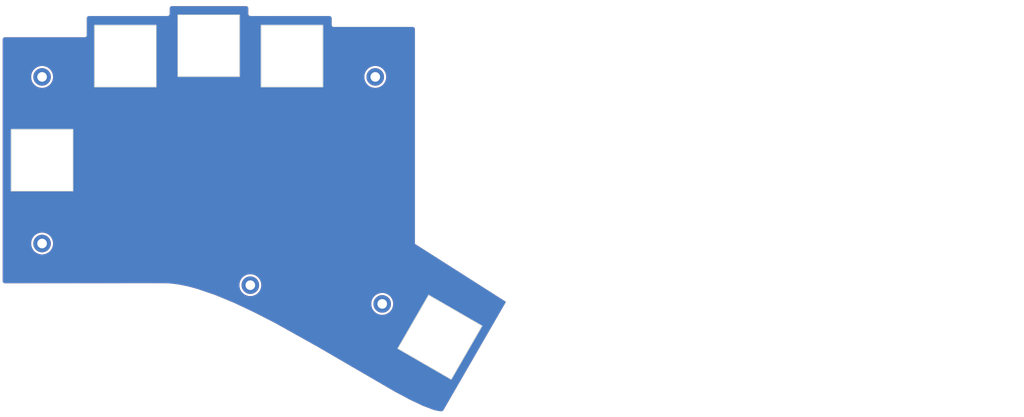
<source format=kicad_pcb>
(kicad_pcb (version 20221018) (generator pcbnew)
  (layers (0 "F.Cu" signal) (31 "B.Cu" signal) (34 "B.Paste" user) (35 "F.Paste" user) (36 "B.SilkS" user "B.Silkscreen") (37 "F.SilkS" user "F.Silkscreen") (38 "B.Mask" user) (39 "F.Mask" user) (44 "Edge.Cuts" user))
  (net 0 "")
  (net 1 "GND")
  (footprint "kbd:LEGO_HOLE" (layer "F.Cu") (at 51.813 122.896)
    (fp_text reference "" (at 0 -3.2) (layer "F.SilkS"))
    (fp_text value "")
    (pad "" thru_hole circle (at 0 0) (size 4 4) (drill 2.2) (layers "*.Cu" "*.Mask"))
  )
  (footprint "kbd:LEGO_HOLE" (layer "F.Cu") (at 127.813 84.896)
    (fp_text reference "" (at 0 -3.2) (layer "F.SilkS"))
    (fp_text value "")
    (pad "" thru_hole circle (at 0 0) (size 4 4) (drill 2.2) (layers "*.Cu" "*.Mask"))
  )
  (footprint "kbd_SW_Hole:SW_Hole_1u_JLC" (layer "F.Cu") (at 89.813 77.771)
    (fp_text reference "J3" hide)
    (fp_text value "Conn_01x01_Pin" hide)
    (fp_line (start -7.05 -7.05) (end 7.05 -7.05) (stroke (width 0.15)) (layer "Edge.Cuts"))
    (fp_line (start -7.05 7.05) (end -7.05 -7.05) (stroke (width 0.15)) (layer "Edge.Cuts"))
    (fp_line (start 7.05 -7.05) (end 7.05 7.05) (stroke (width 0.15)) (layer "Edge.Cuts"))
    (fp_line (start 7.05 7.05) (end -7.05 7.05) (stroke (width 0.15)) (layer "Edge.Cuts"))
  )
  (footprint "kbd_SW_Hole:SW_Hole_1u_JLC" (layer "F.Cu") (at 51.813 103.896)
    (fp_text reference "J1" hide)
    (fp_text value "Conn_01x01_Pin" hide)
    (fp_line (start -7.05 -7.05) (end 7.05 -7.05) (stroke (width 0.15)) (layer "Edge.Cuts"))
    (fp_line (start -7.05 7.05) (end -7.05 -7.05) (stroke (width 0.15)) (layer "Edge.Cuts"))
    (fp_line (start 7.05 -7.05) (end 7.05 7.05) (stroke (width 0.15)) (layer "Edge.Cuts"))
    (fp_line (start 7.05 7.05) (end -7.05 7.05) (stroke (width 0.15)) (layer "Edge.Cuts"))
  )
  (footprint "kbd:LEGO_HOLE" (layer "F.Cu") (at 99.313 132.396)
    (fp_text reference "" (at 0 -3.2) (layer "F.SilkS"))
    (fp_text value "")
    (pad "" thru_hole circle (at 0 0) (size 4 4) (drill 2.2) (layers "*.Cu" "*.Mask"))
  )
  (footprint "kbd:LEGO_HOLE" (layer "F.Cu") (at 129.399414 136.671)
    (fp_text reference "" (at 0 -3.2) (layer "F.SilkS"))
    (fp_text value "")
    (pad "" thru_hole circle (at 0 0) (size 4 4) (drill 2.2) (layers "*.Cu" "*.Mask"))
  )
  (footprint "kbd_SW_Hole:SW_Hole_1u_JLC" (layer "F.Cu") (at 142.563 144.271 -120)
    (fp_text reference "J5" hide)
    (fp_text value "Conn_01x01_Pin" hide)
    (fp_line (start -7.05 -7.05) (end 7.05 -7.05) (stroke (width 0.15)) (layer "Edge.Cuts"))
    (fp_line (start -7.05 7.05) (end -7.05 -7.05) (stroke (width 0.15)) (layer "Edge.Cuts"))
    (fp_line (start 7.05 -7.05) (end 7.05 7.05) (stroke (width 0.15)) (layer "Edge.Cuts"))
    (fp_line (start 7.05 7.05) (end -7.05 7.05) (stroke (width 0.15)) (layer "Edge.Cuts"))
  )
  (footprint "kbd:LEGO_HOLE" (layer "F.Cu") (at 51.813 84.896)
    (fp_text reference "" (at 0 -3.2) (layer "F.SilkS"))
    (fp_text value "")
    (pad "" thru_hole circle (at 0 0) (size 4 4) (drill 2.2) (layers "*.Cu" "*.Mask"))
  )
  (footprint "kbd_SW_Hole:SW_Hole_1u_JLC" (layer "B.Cu") (at 108.813 80.146 180)
    (fp_text reference "J4" hide)
    (fp_text value "Conn_01x01_Pin" hide)
    (fp_line (start -7.05 -7.05) (end -7.05 7.05) (stroke (width 0.15)) (layer "Edge.Cuts"))
    (fp_line (start -7.05 7.05) (end 7.05 7.05) (stroke (width 0.15)) (layer "Edge.Cuts"))
    (fp_line (start 7.05 -7.05) (end -7.05 -7.05) (stroke (width 0.15)) (layer "Edge.Cuts"))
    (fp_line (start 7.05 7.05) (end 7.05 -7.05) (stroke (width 0.15)) (layer "Edge.Cuts"))
  )
  (footprint "kbd_SW_Hole:SW_Hole_1u_JLC" (layer "B.Cu") (at 70.813 80.146 180)
    (fp_text reference "J2" hide)
    (fp_text value "Conn_01x01_Pin" hide)
    (fp_line (start -7.05 -7.05) (end -7.05 7.05) (stroke (width 0.15)) (layer "Edge.Cuts"))
    (fp_line (start -7.05 7.05) (end 7.05 7.05) (stroke (width 0.15)) (layer "Edge.Cuts"))
    (fp_line (start 7.05 -7.05) (end -7.05 -7.05) (stroke (width 0.15)) (layer "Edge.Cuts"))
    (fp_line (start 7.05 7.05) (end 7.05 -7.05) (stroke (width 0.15)) (layer "Edge.Cuts"))
  )
  (gr_line (start 80.410783 70.999081) (end 80.43652 70.998431) (stroke (width 0.035277)) (layer "Edge.Cuts"))
  (gr_line (start 143.25732 161.035244) (end 143.243754 161.046764) (stroke (width 0.035277)) (layer "Edge.Cuts"))
  (gr_line (start 157.54895 136.333854) (end 157.543691 136.343228) (stroke (width 0.035277)) (layer "Edge.Cuts"))
  (gr_line (start 43.143094 75.880472) (end 43.166315 75.872607) (stroke (width 0.035277)) (layer "Edge.Cuts"))
  (gr_line (start 80.461918 70.996502) (end 80.486945 70.993325) (stroke (width 0.035277)) (layer "Edge.Cuts"))
  (gr_line (start 99.063519 70.900682) (end 99.083587 70.914789) (stroke (width 0.035277)) (layer "Edge.Cuts"))
  (gr_line (start 61.925924 75.628925) (end 61.938938 75.608642) (stroke (width 0.035277)) (layer "Edge.Cuts"))
  (gr_line (start 117.90877 73.212701) (end 117.919728 73.234503) (stroke (width 0.035277)) (layer "Edge.Cuts"))
  (gr_line (start 117.845827 71.374635) (end 117.851203 71.398501) (stroke (width 0.035277)) (layer "Edge.Cuts"))
  (gr_line (start 98.919861 70.734219) (end 98.931885 70.755477) (stroke (width 0.035277)) (layer "Edge.Cuts"))
  (gr_line (start 98.802178 69.013579) (end 98.813134 69.035373) (stroke (width 0.035277)) (layer "Edge.Cuts"))
  (gr_line (start 81.216627 68.788685) (end 81.239331 68.779739) (stroke (width 0.035277)) (layer "Edge.Cuts"))
  (gr_line (start 80.910346 70.524933) (end 80.911027 70.499196) (stroke (width 0.035277)) (layer "Edge.Cuts"))
  (gr_line (start 61.659858 75.826919) (end 61.683101 75.819055) (stroke (width 0.035277)) (layer "Edge.Cuts"))
  (gr_line (start 61.897123 75.667412) (end 61.911976 75.648525) (stroke (width 0.035277)) (layer "Edge.Cuts"))
  (gr_line (start 141.082776 160.834065) (end 138.618627 159.906972) (stroke (width 0.035277)) (layer "Edge.Cuts"))
  (gr_line (start 98.83178 69.080405) (end 98.839436 69.103562) (stroke (width 0.035277)) (layer "Edge.Cuts"))
  (gr_line (start 98.506532 68.77065) (end 98.529689 68.778308) (stroke (width 0.035277)) (layer "Edge.Cuts"))
  (gr_line (start 43.314889 75.850116) (end 61.511111 75.849411) (stroke (width 0.035277)) (layer "Edge.Cuts"))
  (gr_line (start 143.038668 161.147333) (end 143.021216 161.151014) (stroke (width 0.035277)) (layer "Edge.Cuts"))
  (gr_line (start 136.519432 73.521671) (end 136.542664 73.529526) (stroke (width 0.035277)) (layer "Edge.Cuts"))
  (gr_line (start 136.860475 73.89831) (end 136.864869 73.922935) (stroke (width 0.035277)) (layer "Edge.Cuts"))
  (gr_line (start 157.576218 136.275725) (end 157.572194 136.285619) (stroke (width 0.035277)) (layer "Edge.Cuts"))
  (gr_line (start 62.071673 71.260897) (end 62.083705 71.239949) (stroke (width 0.035277)) (layer "Edge.Cuts"))
  (gr_line (start 143.10654 161.126584) (end 143.089894 161.132659) (stroke (width 0.035277)) (layer "Edge.Cuts"))
  (gr_line (start 80.983718 68.990034) (end 80.996716 68.969753) (stroke (width 0.035277)) (layer "Edge.Cuts"))
  (gr_line (start 79.639623 131.948689) (end 43.315244 131.964917) (stroke (width 0.035277)) (layer "Edge.Cuts"))
  (gr_line (start 135.604489 158.466222) (end 132.113423 156.597562) (stroke (width 0.035277)) (layer "Edge.Cuts"))
  (gr_line (start 62.011373 71.499318) (end 62.012023 71.47358) (stroke (width 0.035277)) (layer "Edge.Cuts"))
  (gr_line (start 81.041192 68.913138) (end 81.05774 68.895781) (stroke (width 0.035277)) (layer "Edge.Cuts"))
  (gr_line (start 117.851203 71.398501) (end 117.855413 71.42266) (stroke (width 0.035277)) (layer "Edge.Cuts"))
  (gr_line (start 62.050633 71.304624) (end 62.060639 71.282466) (stroke (width 0.035277)) (layer "Edge.Cuts"))
  (gr_line (start 157.543691 136.343228) (end 143.359944 160.909917) (stroke (width 0.035277)) (layer "Edge.Cuts"))
  (gr_line (start 42.836693 131.610539) (end 42.830138 131.586978) (stroke (width 0.035277)) (layer "Edge.Cuts"))
  (gr_line (start 98.858571 69.199531) (end 98.860399 69.224157) (stroke (width 0.035277)) (layer "Edge.Cuts"))
  (gr_line (start 98.823007 69.057661) (end 98.83178 69.080405) (stroke (width 0.035277)) (layer "Edge.Cuts"))
  (gr_line (start 99.025394 70.869434) (end 99.044108 70.885558) (stroke (width 0.035277)) (layer "Edge.Cuts"))
  (gr_line (start 42.928512 131.782164) (end 42.91337 131.762736) (stroke (width 0.035277)) (layer "Edge.Cuts"))
  (gr_line (start 143.17058 161.096565) (end 143.154983 161.104912) (stroke (width 0.035277)) (layer "Edge.Cuts"))
  (gr_line (start 98.944958 70.776159) (end 98.959065 70.796226) (stroke (width 0.035277)) (layer "Edge.Cuts"))
  (gr_line (start 43.079869 131.906258) (end 43.058611 131.894241) (stroke (width 0.035277)) (layer "Edge.Cuts"))
  (gr_line (start 117.574575 71.044497) (end 117.596368 71.055454) (stroke (width 0.035277)) (layer "Edge.Cuts"))
  (gr_line (start 80.649138 70.938777) (end 80.670076 70.926745) (stroke (width 0.035277)) (layer "Edge.Cuts"))
  (gr_line (start 61.511111 75.849411) (end 61.536851 75.84876) (stroke (width 0.035277)) (layer "Edge.Cuts"))
  (gr_line (start 80.900764 70.599982) (end 80.905183 70.575357) (stroke (width 0.035277)) (layer "Edge.Cuts"))
  (gr_line (start 62.033833 71.350581) (end 62.041687 71.32734) (stroke (width 0.035277)) (layer "Edge.Cuts"))
  (gr_line (start 142.085713 161.078542) (end 141.082776 160.834065) (stroke (width 0.035277)) (layer "Edge.Cuts"))
  (gr_line (start 43.101662 131.917212) (end 43.079869 131.906258) (stroke (width 0.035277)) (layer "Edge.Cuts"))
  (gr_line (start 98.866483 70.572679) (end 98.870694 70.596839) (stroke (width 0.035277)) (layer "Edge.Cuts"))
  (gr_line (start 105.249105 141.192159) (end 100.46721 138.724477) (stroke (width 0.035277)) (layer "Edge.Cuts"))
  (gr_line (start 143.28326 161.010707) (end 143.270493 161.023222) (stroke (width 0.035277)) (layer "Edge.Cuts"))
  (gr_line (start 61.99562 75.474385) (end 62.001207 75.45021) (stroke (width 0.035277)) (layer "Edge.Cuts"))
  (gr_line (start 157.558864 136.314821) (end 157.554008 136.324384) (stroke (width 0.035277)) (layer "Edge.Cuts"))
  (gr_line (start 42.815 131.465039) (end 42.815 76.35) (stroke (width 0.035277)) (layer "Edge.Cuts"))
  (gr_line (start 80.917138 69.173146) (end 80.921532 69.148521) (stroke (width 0.035277)) (layer "Edge.Cuts"))
  (gr_line (start 81.38553 68.750072) (end 81.411267 68.749422) (stroke (width 0.035277)) (layer "Edge.Cuts"))
  (gr_line (start 62.010722 75.375232) (end 62.011373 75.349526) (stroke (width 0.035277)) (layer "Edge.Cuts"))
  (gr_line (start 80.861541 70.71598) (end 80.871565 70.693835) (stroke (width 0.035277)) (layer "Edge.Cuts"))
  (gr_line (start 42.824735 131.563086) (end 42.820502 131.538904) (stroke (width 0.035277)) (layer "Edge.Cuts"))
  (gr_line (start 81.093233 68.863525) (end 81.112115 68.848689) (stroke (width 0.035277)) (layer "Edge.Cuts"))
  (gr_line (start 98.839436 69.103562) (end 98.84596 69.127094) (stroke (width 0.035277)) (layer "Edge.Cuts"))
  (gr_line (start 42.91337 131.762736) (end 42.89924 131.742648) (stroke (width 0.035277)) (layer "Edge.Cuts"))
  (gr_line (start 62.485508 70.999732) (end 62.511245 70.999081) (stroke (width 0.035277)) (layer "Edge.Cuts"))
  (gr_line (start 43.214204 75.86028) (end 43.238809 75.85588) (stroke (width 0.035277)) (layer "Edge.Cuts"))
  (gr_line (start 118.125391 73.440127) (end 118.147185 73.451115) (stroke (width 0.035277)) (layer "Edge.Cuts"))
  (gr_line (start 80.559492 70.97662) (end 80.582725 70.968764) (stroke (width 0.035277)) (layer "Edge.Cuts"))
  (gr_line (start 99.262918 70.989049) (end 99.287079 70.993259) (stroke (width 0.035277)) (layer "Edge.Cuts"))
  (gr_line (start 117.875939 73.120904) (end 117.882464 73.144458) (stroke (width 0.035277)) (layer "Edge.Cuts"))
  (gr_line (start 42.817583 76.298924) (end 42.820765 76.273921) (stroke (width 0.035277)) (layer "Edge.Cuts"))
  (gr_line (start 98.61777 68.819935) (end 98.638453 68.833009) (stroke (width 0.035277)) (layer "Edge.Cuts"))
  (gr_line (start 143.185877 161.087671) (end 143.17058 161.096565) (stroke (width 0.035277)) (layer "Edge.Cuts"))
  (gr_line (start 61.727976 75.800081) (end 61.749546 75.789035) (stroke (width 0.035277)) (layer "Edge.Cuts"))
  (gr_line (start 81.286289 68.765151) (end 81.310481 68.759572) (stroke (width 0.035277)) (layer "Edge.Cuts"))
  (gr_line (start 81.172927 68.809726) (end 81.194482 68.798692) (stroke (width 0.035277)) (layer "Edge.Cuts"))
  (gr_line (start 42.961492 75.996607) (end 42.978858 75.98005) (stroke (width 0.035277)) (layer "Edge.Cuts"))
  (gr_line (start 138.618627 159.906972) (end 135.604489 158.466222) (stroke (width 0.035277)) (layer "Edge.Cuts"))
  (gr_line (start 61.810407 75.75004) (end 61.829306 75.735194) (stroke (width 0.035277)) (layer "Edge.Cuts"))
  (gr_line (start 99.336118 70.998115) (end 99.360917 70.998729) (stroke (width 0.035277)) (layer "Edge.Cuts"))
  (gr_line (start 42.997 75.964333) (end 43.015887 75.949487) (stroke (width 0.035277)) (layer "Edge.Cuts"))
  (gr_line (start 42.815 76.35) (end 42.815651 76.324295) (stroke (width 0.035277)) (layer "Edge.Cuts"))
  (gr_line (start 117.696498 71.125906) (end 117.714475 71.143014) (stroke (width 0.035277)) (layer "Edge.Cuts"))
  (gr_line (start 62.005607 75.425605) (end 62.008789 75.400602) (stroke (width 0.035277)) (layer "Edge.Cuts"))
  (gr_line (start 117.86027 71.471698) (end 117.860883 71.496496) (stroke (width 0.035277)) (layer "Edge.Cuts"))
  (gr_line (start 117.714475 71.143014) (end 117.731584 71.16099) (stroke (width 0.035277)) (layer "Edge.Cuts"))
  (gr_line (start 117.77694 71.21918) (end 117.790014 71.239863) (stroke (width 0.035277)) (layer "Edge.Cuts"))
  (gr_line (start 98.777083 68.971639) (end 98.790156 68.992321) (stroke (width 0.035277)) (layer "Edge.Cuts"))
  (gr_line (start 157.58003 136.265756) (end 157.576218 136.275725) (stroke (width 0.035277)) (layer "Edge.Cuts"))
  (gr_line (start 81.010648 68.950156) (end 81.025484 68.931274) (stroke (width 0.035277)) (layer "Edge.Cuts"))
  (gr_line (start 143.0036 161.154077) (end 142.985836 161.156514) (stroke (width 0.035277)) (layer "Edge.Cuts"))
  (gr_line (start 117.638308 71.08055) (end 117.658374 71.094657) (stroke (width 0.035277)) (layer "Edge.Cuts"))
  (gr_line (start 117.958933 73.296486) (end 117.974057 73.315867) (stroke (width 0.035277)) (layer "Edge.Cuts"))
  (gr_line (start 143.073022 161.138148) (end 143.055942 161.143042) (stroke (width 0.035277)) (layer "Edge.Cuts"))
  (gr_line (start 80.670076 70.926745) (end 80.690362 70.913747) (stroke (width 0.035277)) (layer "Edge.Cuts"))
  (gr_line (start 61.962034 75.566156) (end 61.972054 75.544016) (stroke (width 0.035277)) (layer "Edge.Cuts"))
  (gr_line (start 80.933843 69.100603) (end 80.941698 69.077372) (stroke (width 0.035277)) (layer "Edge.Cuts"))
  (gr_line (start 42.86433 76.133371) (end 42.875376 76.111818) (stroke (width 0.035277)) (layer "Edge.Cuts"))
  (gr_line (start 136.421855 73.501789) (end 136.446884 73.504966) (stroke (width 0.035277)) (layer "Edge.Cuts"))
  (gr_line (start 98.529689 68.778308) (end 98.552432 68.787082) (stroke (width 0.035277)) (layer "Edge.Cuts"))
  (gr_line (start 118.215376 73.477518) (end 118.238909 73.484073) (stroke (width 0.035277)) (layer "Edge.Cuts"))
  (gr_line (start 62.011373 75.349526) (end 62.011373 71.499318) (stroke (width 0.035277)) (layer "Edge.Cuts"))
  (gr_line (start 142.967939 161.158317) (end 142.949925 161.159479) (stroke (width 0.035277)) (layer "Edge.Cuts"))
  (gr_line (start 43.315244 131.964917) (end 43.290445 131.964363) (stroke (width 0.035277)) (layer "Edge.Cuts"))
  (gr_line (start 61.683101 75.819055) (end 61.705817 75.810098) (stroke (width 0.035277)) (layer "Edge.Cuts"))
  (gr_line (start 99.007417 70.852326) (end 99.025394 70.869434) (stroke (width 0.035277)) (layer "Edge.Cuts"))
  (gr_line (start 62.272908 71.059467) (end 62.294462 71.048418) (stroke (width 0.035277)) (layer "Edge.Cuts"))
  (gr_line (start 117.919728 73.234503) (end 117.931751 73.255762) (stroke (width 0.035277)) (layer "Edge.Cuts"))
  (gr_line (start 61.981012 75.52132) (end 61.988878 75.498099) (stroke (width 0.035277)) (layer "Edge.Cuts"))
  (gr_line (start 117.790014 71.239863) (end 117.802038 71.261121) (stroke (width 0.035277)) (layer "Edge.Cuts"))
  (gr_line (start 99.147325 70.950843) (end 99.169614 70.960717) (stroke (width 0.035277)) (layer "Edge.Cuts"))
  (gr_line (start 118.238909 73.484073) (end 118.262776 73.489475) (stroke (width 0.035277)) (layer "Edge.Cuts"))
  (gr_line (start 43.190029 75.865866) (end 43.214204 75.86028) (stroke (width 0.035277)) (layer "Edge.Cuts"))
  (gr_line (start 143.1391 161.112702) (end 143.122948 161.119929) (stroke (width 0.035277)) (layer "Edge.Cuts"))
  (gr_line (start 117.658374 71.094657) (end 117.677784 71.109781) (stroke (width 0.035277)) (layer "Edge.Cuts"))
  (gr_line (start 118.262776 73.489475) (end 118.286936 73.493707) (stroke (width 0.035277)) (layer "Edge.Cuts"))
  (gr_line (start 99.169614 70.960717) (end 99.192359 70.969491) (stroke (width 0.035277)) (layer "Edge.Cuts"))
  (gr_line (start 62.175081 71.129051) (end 62.193216 71.113327) (stroke (width 0.035277)) (layer "Edge.Cuts"))
  (gr_line (start 98.361138 68.74907) (end 98.385937 68.749683) (stroke (width 0.035277)) (layer "Edge.Cuts"))
  (gr_line (start 61.829306 75.735194) (end 61.847458 75.719477) (stroke (width 0.035277)) (layer "Edge.Cuts"))
  (gr_line (start 98.861013 69.248955) (end 98.861013 70.498844) (stroke (width 0.035277)) (layer "Edge.Cuts"))
  (gr_line (start 136.724263 73.645568) (end 136.740812 73.662926) (stroke (width 0.035277)) (layer "Edge.Cuts"))
  (gr_line (start 42.88614 131.721939) (end 42.874086 131.700651) (stroke (width 0.035277)) (layer "Edge.Cuts"))
  (gr_line (start 42.863097 131.678826) (end 42.85319 131.656504) (stroke (width 0.035277)) (layer "Edge.Cuts"))
  (gr_line (start 80.811485 70.798347) (end 80.82543 70.77875) (stroke (width 0.035277)) (layer "Edge.Cuts"))
  (gr_line (start 43.098258 75.899445) (end 43.120398 75.889428) (stroke (width 0.035277)) (layer "Edge.Cuts"))
  (gr_line (start 81.05774 68.895781) (end 81.075097 68.879232) (stroke (width 0.035277)) (layer "Edge.Cuts"))
  (gr_line (start 117.990182 73.334537) (end 118.007291 73.352456) (stroke (width 0.035277)) (layer "Edge.Cuts"))
  (gr_line (start 99.192359 70.969491) (end 99.215518 70.977148) (stroke (width 0.035277)) (layer "Edge.Cuts"))
  (gr_line (start 143.270493 161.023222) (end 143.25732 161.035244) (stroke (width 0.035277)) (layer "Edge.Cuts"))
  (gr_line (start 42.815651 76.324295) (end 42.817583 76.298924) (stroke (width 0.035277)) (layer "Edge.Cuts"))
  (gr_line (start 62.212097 71.098475) (end 62.231694 71.084527) (stroke (width 0.035277)) (layer "Edge.Cuts"))
  (gr_line (start 98.931885 70.755477) (end 98.944958 70.776159) (stroke (width 0.035277)) (layer "Edge.Cuts"))
  (gr_line (start 42.825164 76.249316) (end 42.830751 76.225141) (stroke (width 0.035277)) (layer "Edge.Cuts"))
  (gr_line (start 117.863325 73.04841) (end 117.866353 73.072838) (stroke (width 0.035277)) (layer "Edge.Cuts"))
  (gr_line (start 98.483 68.764125) (end 98.506532 68.77065) (stroke (width 0.035277)) (layer "Edge.Cuts"))
  (gr_line (start 62.083705 71.239949) (end 62.096702 71.219653) (stroke (width 0.035277)) (layer "Edge.Cuts"))
  (gr_line (start 80.709965 70.899814) (end 80.728854 70.884978) (stroke (width 0.035277)) (layer "Edge.Cuts"))
  (gr_line (start 98.790156 68.992321) (end 98.802178 69.013579) (stroke (width 0.035277)) (layer "Edge.Cuts"))
  (gr_line (start 61.972054 75.544016) (end 61.981012 75.52132) (stroke (width 0.035277)) (layer "Edge.Cuts"))
  (gr_line (start 62.060639 71.282466) (end 62.071673 71.260897) (stroke (width 0.035277)) (layer "Edge.Cuts"))
  (gr_line (start 118.286936 73.493707) (end 118.31135 73.496752) (stroke (width 0.035277)) (layer "Edge.Cuts"))
  (gr_line (start 80.838442 70.758469) (end 80.85049 70.737535) (stroke (width 0.035277)) (layer "Edge.Cuts"))
  (gr_line (start 80.911382 69.249307) (end 80.912032 69.22357) (stroke (width 0.035277)) (layer "Edge.Cuts"))
  (gr_line (start 80.941698 69.077372) (end 80.950645 69.054668) (stroke (width 0.035277)) (layer "Edge.Cuts"))
  (gr_line (start 118.31135 73.496752) (end 118.335977 73.498592) (stroke (width 0.035277)) (layer "Edge.Cuts"))
  (gr_line (start 143.089894 161.132659) (end 143.073022 161.138148) (stroke (width 0.035277)) (layer "Edge.Cuts"))
  (gr_line (start 98.813134 69.035373) (end 98.823007 69.057661) (stroke (width 0.035277)) (layer "Edge.Cuts"))
  (gr_line (start 91.300653 134.64462) (end 87.062039 133.203877) (stroke (width 0.035277)) (layer "Edge.Cuts"))
  (gr_line (start 98.410563 68.751512) (end 98.434975 68.754539) (stroke (width 0.035277)) (layer "Edge.Cuts"))
  (gr_line (start 81.131712 68.834756) (end 81.151993 68.821758) (stroke (width 0.035277)) (layer "Edge.Cuts"))
  (gr_line (start 136.854897 73.874118) (end 136.860475 73.89831) (stroke (width 0.035277)) (layer "Edge.Cuts"))
  (gr_line (start 98.677929 68.86224) (end 98.696643 68.878364) (stroke (width 0.035277)) (layer "Edge.Cuts"))
  (gr_line (start 61.749546 75.789035) (end 61.770496 75.776992) (stroke (width 0.035277)) (layer "Edge.Cuts"))
  (gr_line (start 118.043977 73.385703) (end 118.063386 73.400845) (stroke (width 0.035277)) (layer "Edge.Cuts"))
  (gr_line (start 42.830751 76.225141) (end 42.837492 76.201428) (stroke (width 0.035277)) (layer "Edge.Cuts"))
  (gr_line (start 80.92711 69.12433) (end 80.933843 69.100603) (stroke (width 0.035277)) (layer "Edge.Cuts"))
  (gr_line (start 80.912032 69.22357) (end 80.913961 69.198173) (stroke (width 0.035277)) (layer "Edge.Cuts"))
  (gr_line (start 42.820765 76.273921) (end 42.825164 76.249316) (stroke (width 0.035277)) (layer "Edge.Cuts"))
  (gr_line (start 117.529545 71.025849) (end 117.552287 71.034623) (stroke (width 0.035277)) (layer "Edge.Cuts"))
  (gr_line (start 62.386268 71.014833) (end 62.410459 71.009246) (stroke (width 0.035277)) (layer "Edge.Cuts"))
  (gr_line (start 142.949925 161.159479) (end 142.931808 161.159992) (stroke (width 0.035277)) (layer "Edge.Cuts"))
  (gr_line (start 62.008789 75.400602) (end 62.010722 75.375232) (stroke (width 0.035277)) (layer "Edge.Cuts"))
  (gr_line (start 81.335106 68.755178) (end 81.360133 68.752001) (stroke (width 0.035277)) (layer "Edge.Cuts"))
  (gr_line (start 99.239051 70.983673) (end 99.262918 70.989049) (stroke (width 0.035277)) (layer "Edge.Cuts"))
  (gr_line (start 117.974057 73.315867) (end 117.990182 73.334537) (stroke (width 0.035277)) (layer "Edge.Cuts"))
  (gr_line (start 62.251974 71.071514) (end 62.272908 71.059467) (stroke (width 0.035277)) (layer "Edge.Cuts"))
  (gr_line (start 143.122948 161.119929) (end 143.10654 161.126584) (stroke (width 0.035277)) (layer "Edge.Cuts"))
  (gr_line (start 98.890255 70.667394) (end 98.89903 70.690137) (stroke (width 0.035277)) (layer "Edge.Cuts"))
  (gr_line (start 42.914372 76.051001) (end 42.929218 76.032114) (stroke (width 0.035277)) (layer "Edge.Cuts"))
  (gr_line (start 118.192218 73.469828) (end 118.215376 73.477518) (stroke (width 0.035277)) (layer "Edge.Cuts"))
  (gr_line (start 42.929218 76.032114) (end 42.944935 76.013972) (stroke (width 0.035277)) (layer "Edge.Cuts"))
  (gr_line (start 43.26582 131.962579) (end 43.241407 131.959584) (stroke (width 0.035277)) (layer "Edge.Cuts"))
  (gr_line (start 117.822869 71.305203) (end 117.831644 71.327946) (stroke (width 0.035277)) (layer "Edge.Cuts"))
  (gr_line (start 117.802038 71.261121) (end 117.812995 71.282914) (stroke (width 0.035277)) (layer "Edge.Cuts"))
  (gr_line (start 43.037928 131.88118) (end 43.017862 131.867093) (stroke (width 0.035277)) (layer "Edge.Cuts"))
  (gr_line (start 80.82543 70.77875) (end 80.838442 70.758469) (stroke (width 0.035277)) (layer "Edge.Cuts"))
  (gr_line (start 80.535764 70.983352) (end 80.559492 70.97662) (stroke (width 0.035277)) (layer "Edge.Cuts"))
  (gr_line (start 80.582725 70.968764) (end 80.605431 70.959818) (stroke (width 0.035277)) (layer "Edge.Cuts"))
  (gr_line (start 157.595822 136.214932) (end 157.593106 136.225216) (stroke (width 0.035277)) (layer "Edge.Cuts"))
  (gr_line (start 98.861626 70.523642) (end 98.863455 70.548267) (stroke (width 0.035277)) (layer "Edge.Cuts"))
  (gr_line (start 136.785289 73.719541) (end 136.798288 73.739822) (stroke (width 0.035277)) (layer "Edge.Cuts"))
  (gr_line (start 61.536851 75.84876) (end 61.562253 75.846828) (stroke (width 0.035277)) (layer "Edge.Cuts"))
  (gr_line (start 117.617626 71.067477) (end 117.638308 71.08055) (stroke (width 0.035277)) (layer "Edge.Cuts"))
  (gr_line (start 81.075097 68.879232) (end 81.093233 68.863525) (stroke (width 0.035277)) (layer "Edge.Cuts"))
  (gr_line (start 42.845357 76.178207) (end 42.854313 76.155511) (stroke (width 0.035277)) (layer "Edge.Cuts"))
  (gr_line (start 98.696643 68.878364) (end 98.71462 68.895473) (stroke (width 0.035277)) (layer "Edge.Cuts"))
  (gr_line (start 61.562253 75.846828) (end 61.587286 75.843646) (stroke (width 0.035277)) (layer "Edge.Cuts"))
  (gr_line (start 80.880531 70.671131) (end 80.888407 70.6479) (stroke (width 0.035277)) (layer "Edge.Cuts"))
  (gr_line (start 42.900428 76.070602) (end 42.914372 76.051001) (stroke (width 0.035277)) (layer "Edge.Cuts"))
  (gr_line (start 42.817457 131.514475) (end 42.815617 131.48984) (stroke (width 0.035277)) (layer "Edge.Cuts"))
  (gr_line (start 117.762833 71.199114) (end 117.77694 71.21918) (stroke (width 0.035277)) (layer "Edge.Cuts"))
  (gr_line (start 117.870563 73.097017) (end 117.875939 73.120904) (stroke (width 0.035277)) (layer "Edge.Cuts"))
  (gr_line (start 80.746997 70.869271) (end 80.764362 70.852722) (stroke (width 0.035277)) (layer "Edge.Cuts"))
  (gr_line (start 99.311492 70.996287) (end 99.336118 70.998115) (stroke (width 0.035277)) (layer "Edge.Cuts"))
  (gr_line (start 136.821355 73.782311) (end 136.831362 73.804456) (stroke (width 0.035277)) (layer "Edge.Cuts"))
  (gr_line (start 143.021216 161.151014) (end 143.0036 161.154077) (stroke (width 0.035277)) (layer "Edge.Cuts"))
  (gr_line (start 61.847458 75.719477) (end 61.864833 75.70292) (stroke (width 0.035277)) (layer "Edge.Cuts"))
  (gr_line (start 95.793626 136.51328) (end 91.300653 134.64462) (stroke (width 0.035277)) (layer "Edge.Cuts"))
  (gr_line (start 43.289183 75.850767) (end 43.314889 75.850116) (stroke (width 0.035277)) (layer "Edge.Cuts"))
  (gr_line (start 157.602613 136.183781) (end 157.600578 136.194211) (stroke (width 0.035277)) (layer "Edge.Cuts"))
  (gr_line (start 98.990311 70.834349) (end 99.007417 70.852326) (stroke (width 0.035277)) (layer "Edge.Cuts"))
  (gr_line (start 157.587006 136.245613) (end 157.583626 136.255718) (stroke (width 0.035277)) (layer "Edge.Cuts"))
  (gr_line (start 62.001207 75.45021) (end 62.005607 75.425605) (stroke (width 0.035277)) (layer "Edge.Cuts"))
  (gr_line (start 143.329949 160.955859) (end 143.318964 160.970273) (stroke (width 0.035277)) (layer "Edge.Cuts"))
  (gr_line (start 80.690362 70.913747) (end 80.709965 70.899814) (stroke (width 0.035277)) (layer "Edge.Cuts"))
  (gr_line (start 42.944935 76.013972) (end 42.961492 75.996607) (stroke (width 0.035277)) (layer "Edge.Cuts"))
  (gr_line (start 61.611919 75.839246) (end 61.63612 75.83366) (stroke (width 0.035277)) (layer "Edge.Cuts"))
  (gr_line (start 80.971686 69.010968) (end 80.983718 68.990034) (stroke (width 0.035277)) (layer "Edge.Cuts"))
  (gr_line (start 157.583626 136.255718) (end 157.58003 136.265756) (stroke (width 0.035277)) (layer "Edge.Cuts"))
  (gr_line (start 136.771357 73.699944) (end 136.785289 73.719541) (stroke (width 0.035277)) (layer "Edge.Cuts"))
  (gr_line (start 136.840308 73.82716) (end 136.848164 73.850391) (stroke (width 0.035277)) (layer "Edge.Cuts"))
  (gr_line (start 62.157724 71.145616) (end 62.175081 71.129051) (stroke (width 0.035277)) (layer "Edge.Cuts"))
  (gr_line (start 81.194482 68.798692) (end 81.216627 68.788685) (stroke (width 0.035277)) (layer "Edge.Cuts"))
  (gr_line (start 99.083587 70.914789) (end 99.104271 70.927863) (stroke (width 0.035277)) (layer "Edge.Cuts"))
  (gr_line (start 117.482856 71.011666) (end 117.506387 71.018191) (stroke (width 0.035277)) (layer "Edge.Cuts"))
  (gr_line (start 136.831362 73.804456) (end 136.840308 73.82716) (stroke (width 0.035277)) (layer "Edge.Cuts"))
  (gr_line (start 118.104134 73.428074) (end 118.125391 73.440127) (stroke (width 0.035277)) (layer "Edge.Cuts"))
  (gr_line (start 43.169851 131.943514) (end 43.146693 131.935859) (stroke (width 0.035277)) (layer "Edge.Cuts"))
  (gr_line (start 157.600578 136.194211) (end 157.598313 136.204596) (stroke (width 0.035277)) (layer "Edge.Cuts"))
  (gr_line (start 157.567959 136.295435) (end 157.563515 136.305171) (stroke (width 0.035277)) (layer "Edge.Cuts"))
  (gr_line (start 98.851335 69.15096) (end 98.855544 69.175119) (stroke (width 0.035277)) (layer "Edge.Cuts"))
  (gr_line (start 81.262562 68.771884) (end 81.286289 68.765151) (stroke (width 0.035277)) (layer "Edge.Cuts"))
  (gr_line (start 118.063386 73.400845) (end 118.083452 73.414974) (stroke (width 0.035277)) (layer "Edge.Cuts"))
  (gr_line (start 136.669886 73.598477) (end 136.688769 73.613312) (stroke (width 0.035277)) (layer "Edge.Cuts"))
  (gr_line (start 99.287079 70.993259) (end 99.311492 70.996287) (stroke (width 0.035277)) (layer "Edge.Cuts"))
  (gr_line (start 43.120398 75.889428) (end 43.143094 75.880472) (stroke (width 0.035277)) (layer "Edge.Cuts"))
  (gr_line (start 98.908904 70.712425) (end 98.919861 70.734219) (stroke (width 0.035277)) (layer "Edge.Cuts"))
  (gr_line (start 80.486945 70.993325) (end 80.511571 70.988931) (stroke (width 0.035277)) (layer "Edge.Cuts"))
  (gr_line (start 98.959065 70.796226) (end 98.974188 70.815636) (stroke (width 0.035277)) (layer "Edge.Cuts"))
  (gr_line (start 43.015887 75.949487) (end 43.035488 75.935543) (stroke (width 0.035277)) (layer "Edge.Cuts"))
  (gr_line (start 136.542664 73.529526) (end 136.565369 73.538472) (stroke (width 0.035277)) (layer "Edge.Cuts"))
  (gr_line (start 117.839302 71.351104) (end 117.845827 71.374635) (stroke (width 0.035277)) (layer "Edge.Cuts"))
  (gr_line (start 62.511245 70.999081) (end 80.410783 70.999081) (stroke (width 0.035277)) (layer "Edge.Cuts"))
  (gr_line (start 143.229812 161.057774) (end 143.215508 161.068267) (stroke (width 0.035277)) (layer "Edge.Cuts"))
  (gr_line (start 80.43652 70.998431) (end 80.461918 70.996502) (stroke (width 0.035277)) (layer "Edge.Cuts"))
  (gr_line (start 136.75652 73.681062) (end 136.771357 73.699944) (stroke (width 0.035277)) (layer "Edge.Cuts"))
  (gr_line (start 98.658519 68.847116) (end 98.677929 68.86224) (stroke (width 0.035277)) (layer "Edge.Cuts"))
  (gr_line (start 117.898896 73.190398) (end 117.90877 73.212701) (stroke (width 0.035277)) (layer "Edge.Cuts"))
  (gr_line (start 81.360133 68.752001) (end 81.38553 68.750072) (stroke (width 0.035277)) (layer "Edge.Cuts"))
  (gr_line (start 143.243754 161.046764) (end 143.229812 161.057774) (stroke (width 0.035277)) (layer "Edge.Cuts"))
  (gr_line (start 62.021522 71.398517) (end 62.0271 71.374318) (stroke (width 0.035277)) (layer "Edge.Cuts"))
  (gr_line (start 98.762977 68.951573) (end 98.777083 68.971639) (stroke (width 0.035277)) (layer "Edge.Cuts"))
  (gr_line (start 157.572194 136.285619) (end 157.567959 136.295435) (stroke (width 0.035277)) (layer "Edge.Cuts"))
  (gr_line (start 98.860399 69.224157) (end 98.861013 69.248955) (stroke (width 0.035277)) (layer "Edge.Cuts"))
  (gr_line (start 98.855544 69.175119) (end 98.858571 69.199531) (stroke (width 0.035277)) (layer "Edge.Cuts"))
  (gr_line (start 43.035488 75.935543) (end 43.055771 75.922534) (stroke (width 0.035277)) (layer "Edge.Cuts"))
  (gr_line (start 80.85049 70.737535) (end 80.861541 70.71598) (stroke (width 0.035277)) (layer "Edge.Cuts"))
  (gr_line (start 117.385795 70.997224) (end 117.41042 70.999053) (stroke (width 0.035277)) (layer "Edge.Cuts"))
  (gr_line (start 81.310481 68.759572) (end 81.335106 68.755178) (stroke (width 0.035277)) (layer "Edge.Cuts"))
  (gr_line (start 98.552432 68.787082) (end 98.57472 68.796955) (stroke (width 0.035277)) (layer "Edge.Cuts"))
  (gr_line (start 42.979738 131.835918) (end 42.961761 131.818868) (stroke (width 0.035277)) (layer "Edge.Cuts"))
  (gr_line (start 62.362541 71.021575) (end 62.386268 71.014833) (stroke (width 0.035277)) (layer "Edge.Cuts"))
  (gr_line (start 117.41042 70.999053) (end 117.434832 71.00208) (stroke (width 0.035277)) (layer "Edge.Cuts"))
  (gr_line (start 117.882464 73.144458) (end 117.890122 73.167637) (stroke (width 0.035277)) (layer "Edge.Cuts"))
  (gr_line (start 98.434975 68.754539) (end 98.459134 68.758749) (stroke (width 0.035277)) (layer "Edge.Cuts"))
  (gr_line (start 117.506387 71.018191) (end 117.529545 71.025849) (stroke (width 0.035277)) (layer "Edge.Cuts"))
  (gr_line (start 136.868046 73.947961) (end 136.869976 73.973359) (stroke (width 0.035277)) (layer "Edge.Cuts"))
  (gr_line (start 136.798288 73.739822) (end 136.81032 73.760756) (stroke (width 0.035277)) (layer "Edge.Cuts"))
  (gr_line (start 83.150472 132.276776) (end 81.340345 132.032658) (stroke (width 0.035277)) (layer "Edge.Cuts"))
  (gr_line (start 136.630006 73.571546) (end 136.650288 73.584544) (stroke (width 0.035277)) (layer "Edge.Cuts"))
  (gr_line (start 98.71462 68.895473) (end 98.731728 68.913449) (stroke (width 0.035277)) (layer "Edge.Cuts"))
  (gr_line (start 43.055771 75.922534) (end 43.076705 75.910491) (stroke (width 0.035277)) (layer "Edge.Cuts"))
  (gr_line (start 136.706905 73.62902) (end 136.724263 73.645568) (stroke (width 0.035277)) (layer "Edge.Cuts"))
  (gr_line (start 132.113423 156.597562) (end 114.844289 146.555425) (stroke (width 0.035277)) (layer "Edge.Cuts"))
  (gr_line (start 61.938938 75.608642) (end 61.950985 75.587708) (stroke (width 0.035277)) (layer "Edge.Cuts"))
  (gr_line (start 62.141176 71.16299) (end 62.157724 71.145616) (stroke (width 0.035277)) (layer "Edge.Cuts"))
  (gr_line (start 117.831644 71.327946) (end 117.839302 71.351104) (stroke (width 0.035277)) (layer "Edge.Cuts"))
  (gr_line (start 117.812995 71.282914) (end 117.822869 71.305203) (stroke (width 0.035277)) (layer "Edge.Cuts"))
  (gr_line (start 117.858441 71.447072) (end 117.86027 71.471698) (stroke (width 0.035277)) (layer "Edge.Cuts"))
  (gr_line (start 85.060739 132.670827) (end 83.150472 132.276776) (stroke (width 0.035277)) (layer "Edge.Cuts"))
  (gr_line (start 117.944825 73.276437) (end 117.958933 73.296486) (stroke (width 0.035277)) (layer "Edge.Cuts"))
  (gr_line (start 80.605431 70.959818) (end 80.627579 70.949812) (stroke (width 0.035277)) (layer "Edge.Cuts"))
  (gr_line (start 80.78092 70.835365) (end 80.796638 70.817229) (stroke (width 0.035277)) (layer "Edge.Cuts"))
  (gr_line (start 43.241407 131.959584) (end 43.217248 131.955395) (stroke (width 0.035277)) (layer "Edge.Cuts"))
  (gr_line (start 80.895162 70.624173) (end 80.900764 70.599982) (stroke (width 0.035277)) (layer "Edge.Cuts"))
  (gr_line (start 98.861013 70.498844) (end 98.861626 70.523642) (stroke (width 0.035277)) (layer "Edge.Cuts"))
  (gr_line (start 143.215508 161.068267) (end 143.200858 161.078235) (stroke (width 0.035277)) (layer "Edge.Cuts"))
  (gr_line (start 117.434832 71.00208) (end 117.458991 71.00629) (stroke (width 0.035277)) (layer "Edge.Cuts"))
  (gr_line (start 117.866353 73.072838) (end 117.870563 73.097017) (stroke (width 0.035277)) (layer "Edge.Cuts"))
  (gr_line (start 80.913961 69.198173) (end 80.917138 69.173146) (stroke (width 0.035277)) (layer "Edge.Cuts"))
  (gr_line (start 98.731728 68.913449) (end 98.747853 68.932163) (stroke (width 0.035277)) (layer "Edge.Cuts"))
  (gr_line (start 42.815617 131.48984) (end 42.815 131.465039) (stroke (width 0.035277)) (layer "Edge.Cuts"))
  (gr_line (start 61.790793 75.763983) (end 61.810407 75.75004) (stroke (width 0.035277)) (layer "Edge.Cuts"))
  (gr_line (start 62.294462 71.048418) (end 62.316607 71.038399) (stroke (width 0.035277)) (layer "Edge.Cuts"))
  (gr_line (start 117.890122 73.167637) (end 117.898896 73.190398) (stroke (width 0.035277)) (layer "Edge.Cuts"))
  (gr_line (start 136.870626 122.97617) (end 157.602613 136.183781) (stroke (width 0.035277)) (layer "Edge.Cuts"))
  (gr_line (start 62.193216 71.113327) (end 62.212097 71.098475) (stroke (width 0.035277)) (layer "Edge.Cuts"))
  (gr_line (start 43.193383 131.950033) (end 43.169851 131.943514) (stroke (width 0.035277)) (layer "Edge.Cuts"))
  (gr_line (start 87.062039 133.203877) (end 85.060739 132.670827) (stroke (width 0.035277)) (layer "Edge.Cuts"))
  (gr_line (start 62.017129 71.423148) (end 62.021522 71.398517) (stroke (width 0.035277)) (layer "Edge.Cuts"))
  (gr_line (start 142.913604 161.159849) (end 142.895328 161.15904) (stroke (width 0.035277)) (layer "Edge.Cuts"))
  (gr_line (start 80.911027 70.499196) (end 80.911382 69.249307) (stroke (width 0.035277)) (layer "Edge.Cuts"))
  (gr_line (start 43.12395 131.927086) (end 43.101662 131.917212) (stroke (width 0.035277)) (layer "Edge.Cuts"))
  (gr_line (start 136.565369 73.538472) (end 136.587515 73.548479) (stroke (width 0.035277)) (layer "Edge.Cuts"))
  (gr_line (start 118.007291 73.352456) (end 118.025265 73.369568) (stroke (width 0.035277)) (layer "Edge.Cuts"))
  (gr_line (start 117.552287 71.034623) (end 117.574575 71.044497) (stroke (width 0.035277)) (layer "Edge.Cuts"))
  (gr_line (start 98.863455 70.548267) (end 98.866483 70.572679) (stroke (width 0.035277)) (layer "Edge.Cuts"))
  (gr_line (start 143.340451 160.94099) (end 143.329949 160.955859) (stroke (width 0.035277)) (layer "Edge.Cuts"))
  (gr_line (start 99.215518 70.977148) (end 99.239051 70.983673) (stroke (width 0.035277)) (layer "Edge.Cuts"))
  (gr_line (start 80.905183 70.575357) (end 80.908388 70.55033) (stroke (width 0.035277)) (layer "Edge.Cuts"))
  (gr_line (start 43.058611 131.894241) (end 43.037928 131.88118) (stroke (width 0.035277)) (layer "Edge.Cuts"))
  (gr_line (start 118.360776 73.499209) (end 136.370717 73.499209) (stroke (width 0.035277)) (layer "Edge.Cuts"))
  (gr_line (start 117.860883 72.998973) (end 117.861496 73.023774) (stroke (width 0.035277)) (layer "Edge.Cuts"))
  (gr_line (start 42.89924 131.742648) (end 42.88614 131.721939) (stroke (width 0.035277)) (layer "Edge.Cuts"))
  (gr_line (start 136.740812 73.662926) (end 136.75652 73.681062) (stroke (width 0.035277)) (layer "Edge.Cuts"))
  (gr_line (start 98.638453 68.833009) (end 98.658519 68.847116) (stroke (width 0.035277)) (layer "Edge.Cuts"))
  (gr_line (start 99.360917 70.998729) (end 117.360997 70.996611) (stroke (width 0.035277)) (layer "Edge.Cuts"))
  (gr_line (start 62.316607 71.038399) (end 62.33931 71.029441) (stroke (width 0.035277)) (layer "Edge.Cuts"))
  (gr_line (start 136.848164 73.850391) (end 136.854897 73.874118) (stroke (width 0.035277)) (layer "Edge.Cuts"))
  (gr_line (start 61.950985 75.587708) (end 61.962034 75.566156) (stroke (width 0.035277)) (layer "Edge.Cuts"))
  (gr_line (start 117.931751 73.255762) (end 117.944825 73.276437) (stroke (width 0.035277)) (layer "Edge.Cuts"))
  (gr_line (start 42.875376 76.111818) (end 42.887419 76.090885) (stroke (width 0.035277)) (layer "Edge.Cuts"))
  (gr_line (start 81.025484 68.931274) (end 81.041192 68.913138) (stroke (width 0.035277)) (layer "Edge.Cuts"))
  (gr_line (start 136.650288 73.584544) (end 136.669886 73.598477) (stroke (width 0.035277)) (layer "Edge.Cuts"))
  (gr_line (start 61.864833 75.70292) (end 61.881399 75.685554) (stroke (width 0.035277)) (layer "Edge.Cuts"))
  (gr_line (start 136.495703 73.514938) (end 136.519432 73.521671) (stroke (width 0.035277)) (layer "Edge.Cuts"))
  (gr_line (start 143.350455 160.925673) (end 143.340451 160.94099) (stroke (width 0.035277)) (layer "Edge.Cuts"))
  (gr_line (start 99.044108 70.885558) (end 99.063519 70.900682) (stroke (width 0.035277)) (layer "Edge.Cuts"))
  (gr_line (start 143.200858 161.078235) (end 143.185877 161.087671) (stroke (width 0.035277)) (layer "Edge.Cuts"))
  (gr_line (start 61.63612 75.83366) (end 61.659858 75.826919) (stroke (width 0.035277)) (layer "Edge.Cuts"))
  (gr_line (start 43.076705 75.910491) (end 43.098258 75.899445) (stroke (width 0.035277)) (layer "Edge.Cuts"))
  (gr_line (start 98.84596 69.127094) (end 98.851335 69.15096) (stroke (width 0.035277)) (layer "Edge.Cuts"))
  (gr_line (start 80.511571 70.988931) (end 80.535764 70.983352) (stroke (width 0.035277)) (layer "Edge.Cuts"))
  (gr_line (start 136.688769 73.613312) (end 136.706905 73.62902) (stroke (width 0.035277)) (layer "Edge.Cuts"))
  (gr_line (start 80.996716 68.969753) (end 81.010648 68.950156) (stroke (width 0.035277)) (layer "Edge.Cuts"))
  (gr_line (start 61.988878 75.498099) (end 61.99562 75.474385) (stroke (width 0.035277)) (layer "Edge.Cuts"))
  (gr_line (start 61.770496 75.776992) (end 61.790793 75.763983) (stroke (width 0.035277)) (layer "Edge.Cuts"))
  (gr_line (start 80.871565 70.693835) (end 80.880531 70.671131) (stroke (width 0.035277)) (layer "Edge.Cuts"))
  (gr_line (start 81.151993 68.821758) (end 81.172927 68.809726) (stroke (width 0.035277)) (layer "Edge.Cuts"))
  (gr_line (start 80.908388 70.55033) (end 80.910346 70.524933) (stroke (width 0.035277)) (layer "Edge.Cuts"))
  (gr_line (start 142.985836 161.156514) (end 142.967939 161.158317) (stroke (width 0.035277)) (layer "Edge.Cuts"))
  (gr_line (start 80.728854 70.884978) (end 80.746997 70.869271) (stroke (width 0.035277)) (layer "Edge.Cuts"))
  (gr_line (start 157.563515 136.305171) (end 157.558864 136.314821) (stroke (width 0.035277)) (layer "Edge.Cuts"))
  (gr_line (start 98.596513 68.807912) (end 98.61777 68.819935) (stroke (width 0.035277)) (layer "Edge.Cuts"))
  (gr_line (start 136.869976 73.973359) (end 136.870626 73.999096) (stroke (width 0.035277)) (layer "Edge.Cuts"))
  (gr_line (start 136.609071 73.559514) (end 136.630006 73.571546) (stroke (width 0.035277)) (layer "Edge.Cuts"))
  (gr_line (start 42.874086 131.700651) (end 42.863097 131.678826) (stroke (width 0.035277)) (layer "Edge.Cuts"))
  (gr_line (start 62.231694 71.084527) (end 62.251974 71.071514) (stroke (width 0.035277)) (layer "Edge.Cuts"))
  (gr_line (start 42.944648 131.800888) (end 42.928512 131.782164) (stroke (width 0.035277)) (layer "Edge.Cuts"))
  (gr_line (start 117.731584 71.16099) (end 117.747709 71.179704) (stroke (width 0.035277)) (layer "Edge.Cuts"))
  (gr_line (start 81.411267 68.749422) (end 98.361138 68.74907) (stroke (width 0.035277)) (layer "Edge.Cuts"))
  (gr_line (start 42.978858 75.98005) (end 42.997 75.964333) (stroke (width 0.035277)) (layer "Edge.Cuts"))
  (gr_line (start 136.370717 73.499209) (end 136.396456 73.499859) (stroke (width 0.035277)) (layer "Edge.Cuts"))
  (gr_line (start 42.854313 76.155511) (end 42.86433 76.133371) (stroke (width 0.035277)) (layer "Edge.Cuts"))
  (gr_line (start 100.46721 138.724477) (end 95.793626 136.51328) (stroke (width 0.035277)) (layer "Edge.Cuts"))
  (gr_line (start 61.587286 75.843646) (end 61.611919 75.839246) (stroke (width 0.035277)) (layer "Edge.Cuts"))
  (gr_line (start 43.166315 75.872607) (end 43.190029 75.865866) (stroke (width 0.035277)) (layer "Edge.Cuts"))
  (gr_line (start 62.013952 71.44818) (end 62.017129 71.423148) (stroke (width 0.035277)) (layer "Edge.Cuts"))
  (gr_line (start 136.47151 73.509359) (end 136.495703 73.514938) (stroke (width 0.035277)) (layer "Edge.Cuts"))
  (gr_line (start 136.446884 73.504966) (end 136.47151 73.509359) (stroke (width 0.035277)) (layer "Edge.Cuts"))
  (gr_line (start 143.30751 160.984225) (end 143.295604 160.997705) (stroke (width 0.035277)) (layer "Edge.Cuts"))
  (gr_line (start 136.870626 75.248985) (end 136.870626 122.97617) (stroke (width 0.035277)) (layer "Edge.Cuts"))
  (gr_line (start 117.360997 70.996611) (end 117.385795 70.997224) (stroke (width 0.035277)) (layer "Edge.Cuts"))
  (gr_line (start 117.860883 71.496496) (end 117.860883 72.998973) (stroke (width 0.035277)) (layer "Edge.Cuts"))
  (gr_line (start 143.055942 161.143042) (end 143.038668 161.147333) (stroke (width 0.035277)) (layer "Edge.Cuts"))
  (gr_line (start 118.169474 73.461022) (end 118.192218 73.469828) (stroke (width 0.035277)) (layer "Edge.Cuts"))
  (gr_line (start 61.705817 75.810098) (end 61.727976 75.800081) (stroke (width 0.035277)) (layer "Edge.Cuts"))
  (gr_line (start 81.340345 132.032658) (end 79.639623 131.948689) (stroke (width 0.035277)) (layer "Edge.Cuts"))
  (gr_line (start 80.921532 69.148521) (end 80.92711 69.12433) (stroke (width 0.035277)) (layer "Edge.Cuts"))
  (gr_line (start 80.764362 70.852722) (end 80.78092 70.835365) (stroke (width 0.035277)) (layer "Edge.Cuts"))
  (gr_line (start 157.554008 136.324384) (end 157.54895 136.333854) (stroke (width 0.035277)) (layer "Edge.Cuts"))
  (gr_line (start 62.110634 71.20004) (end 62.125469 71.181141) (stroke (width 0.035277)) (layer "Edge.Cuts"))
  (gr_line (start 118.147185 73.451115) (end 118.169474 73.461022) (stroke (width 0.035277)) (layer "Edge.Cuts"))
  (gr_line (start 42.961761 131.818868) (end 42.944648 131.800888) (stroke (width 0.035277)) (layer "Edge.Cuts"))
  (gr_line (start 43.238809 75.85588) (end 43.263812 75.852699) (stroke (width 0.035277)) (layer "Edge.Cuts"))
  (gr_line (start 142.876996 161.157559) (end 142.085713 161.078542) (stroke (width 0.035277)) (layer "Edge.Cuts"))
  (gr_line (start 99.12553 70.939886) (end 99.147325 70.950843) (stroke (width 0.035277)) (layer "Edge.Cuts"))
  (gr_line (start 114.844289 146.555425) (end 105.249105 141.192159) (stroke (width 0.035277)) (layer "Edge.Cuts"))
  (gr_line (start 136.81032 73.760756) (end 136.821355 73.782311) (stroke (width 0.035277)) (layer "Edge.Cuts"))
  (gr_line (start 80.888407 70.6479) (end 80.895162 70.624173) (stroke (width 0.035277)) (layer "Edge.Cuts"))
  (gr_line (start 42.844383 131.633728) (end 42.836693 131.610539) (stroke (width 0.035277)) (layer "Edge.Cuts"))
  (gr_line (start 62.041687 71.32734) (end 62.050633 71.304624) (stroke (width 0.035277)) (layer "Edge.Cuts"))
  (gr_line (start 143.318964 160.970273) (end 143.30751 160.984225) (stroke (width 0.035277)) (layer "Edge.Cuts"))
  (gr_line (start 99.104271 70.927863) (end 99.12553 70.939886) (stroke (width 0.035277)) (layer "Edge.Cuts"))
  (gr_line (start 62.125469 71.181141) (end 62.141176 71.16299) (stroke (width 0.035277)) (layer "Edge.Cuts"))
  (gr_line (start 98.459134 68.758749) (end 98.483 68.764125) (stroke (width 0.035277)) (layer "Edge.Cuts"))
  (gr_line (start 117.855413 71.42266) (end 117.858441 71.447072) (stroke (width 0.035277)) (layer "Edge.Cuts"))
  (gr_line (start 117.458991 71.00629) (end 117.482856 71.011666) (stroke (width 0.035277)) (layer "Edge.Cuts"))
  (gr_line (start 142.895328 161.15904) (end 142.876996 161.157559) (stroke (width 0.035277)) (layer "Edge.Cuts"))
  (gr_line (start 62.410459 71.009246) (end 62.435084 71.004846) (stroke (width 0.035277)) (layer "Edge.Cuts"))
  (gr_line (start 42.837492 76.201428) (end 42.845357 76.178207) (stroke (width 0.035277)) (layer "Edge.Cuts"))
  (gr_line (start 80.796638 70.817229) (end 80.811485 70.798347) (stroke (width 0.035277)) (layer "Edge.Cuts"))
  (gr_line (start 136.396456 73.499859) (end 136.421855 73.501789) (stroke (width 0.035277)) (layer "Edge.Cuts"))
  (gr_line (start 42.998452 131.852) (end 42.979738 131.835918) (stroke (width 0.035277)) (layer "Edge.Cuts"))
  (gr_line (start 80.627579 70.949812) (end 80.649138 70.938777) (stroke (width 0.035277)) (layer "Edge.Cuts"))
  (gr_line (start 62.096702 71.219653) (end 62.110634 71.20004) (stroke (width 0.035277)) (layer "Edge.Cuts"))
  (gr_line (start 61.911976 75.648525) (end 61.925924 75.628925) (stroke (width 0.035277)) (layer "Edge.Cuts"))
  (gr_line (start 118.335977 73.498592) (end 118.360776 73.499209) (stroke (width 0.035277)) (layer "Edge.Cuts"))
  (gr_line (start 157.590166 136.235444) (end 157.587006 136.245613) (stroke (width 0.035277)) (layer "Edge.Cuts"))
  (gr_line (start 142.931808 161.159992) (end 142.913604 161.159849) (stroke (width 0.035277)) (layer "Edge.Cuts"))
  (gr_line (start 81.239331 68.779739) (end 81.262562 68.771884) (stroke (width 0.035277)) (layer "Edge.Cuts"))
  (gr_line (start 157.598313 136.204596) (end 157.595822 136.214932) (stroke (width 0.035277)) (layer "Edge.Cuts"))
  (gr_line (start 43.146693 131.935859) (end 43.12395 131.927086) (stroke (width 0.035277)) (layer "Edge.Cuts"))
  (gr_line (start 43.290445 131.964363) (end 43.26582 131.962579) (stroke (width 0.035277)) (layer "Edge.Cuts"))
  (gr_line (start 42.85319 131.656504) (end 42.844383 131.633728) (stroke (width 0.035277)) (layer "Edge.Cuts"))
  (gr_line (start 62.33931 71.029441) (end 62.362541 71.021575) (stroke (width 0.035277)) (layer "Edge.Cuts"))
  (gr_line (start 98.385937 68.749683) (end 98.410563 68.751512) (stroke (width 0.035277)) (layer "Edge.Cuts"))
  (gr_line (start 42.830138 131.586978) (end 42.824735 131.563086) (stroke (width 0.035277)) (layer "Edge.Cuts"))
  (gr_line (start 42.820502 131.538904) (end 42.817457 131.514475) (stroke (width 0.035277)) (layer "Edge.Cuts"))
  (gr_line (start 118.025265 73.369568) (end 118.043977 73.385703) (stroke (width 0.035277)) (layer "Edge.Cuts"))
  (gr_line (start 43.263812 75.852699) (end 43.289183 75.850767) (stroke (width 0.035277)) (layer "Edge.Cuts"))
  (gr_line (start 117.747709 71.179704) (end 117.762833 71.199114) (stroke (width 0.035277)) (layer "Edge.Cuts"))
  (gr_line (start 62.0271 71.374318) (end 62.033833 71.350581) (stroke (width 0.035277)) (layer "Edge.Cuts"))
  (gr_line (start 81.112115 68.848689) (end 81.131712 68.834756) (stroke (width 0.035277)) (layer "Edge.Cuts"))
  (gr_line (start 42.887419 76.090885) (end 42.900428 76.070602) (stroke (width 0.035277)) (layer "Edge.Cuts"))
  (gr_line (start 43.217248 131.955395) (end 43.193383 131.950033) (stroke (width 0.035277)) (layer "Edge.Cuts"))
  (gr_line (start 98.87607 70.620704) (end 98.882596 70.644236) (stroke (width 0.035277)) (layer "Edge.Cuts"))
  (gr_line (start 62.46011 71.001664) (end 62.485508 70.999732) (stroke (width 0.035277)) (layer "Edge.Cuts"))
  (gr_line (start 157.593106 136.225216) (end 157.590166 136.235444) (stroke (width 0.035277)) (layer "Edge.Cuts"))
  (gr_line (start 98.57472 68.796955) (end 98.596513 68.807912) (stroke (width 0.035277)) (layer "Edge.Cuts"))
  (gr_line (start 98.974188 70.815636) (end 98.990311 70.834349) (stroke (width 0.035277)) (layer "Edge.Cuts"))
  (gr_line (start 136.587515 73.548479) (end 136.609071 73.559514) (stroke (width 0.035277)) (layer "Edge.Cuts"))
  (gr_line (start 80.960651 69.032523) (end 80.971686 69.010968) (stroke (width 0.035277)) (layer "Edge.Cuts"))
  (gr_line (start 80.950645 69.054668) (end 80.960651 69.032523) (stroke (width 0.035277)) (layer "Edge.Cuts"))
  (gr_line (start 98.89903 70.690137) (end 98.908904 70.712425) (stroke (width 0.035277)) (layer "Edge.Cuts"))
  (gr_line (start 143.295604 160.997705) (end 143.28326 161.010707) (stroke (width 0.035277)) (layer "Edge.Cuts"))
  (gr_line (start 62.012023 71.47358) (end 62.013952 71.44818) (stroke (width 0.035277)) (layer "Edge.Cuts"))
  (gr_line (start 117.677784 71.109781) (end 117.696498 71.125906) (stroke (width 0.035277)) (layer "Edge.Cuts"))
  (gr_line (start 62.435084 71.004846) (end 62.46011 71.001664) (stroke (width 0.035277)) (layer "Edge.Cuts"))
  (gr_line (start 61.881399 75.685554) (end 61.897123 75.667412) (stroke (width 0.035277)) (layer "Edge.Cuts"))
  (gr_line (start 136.864869 73.922935) (end 136.868046 73.947961) (stroke (width 0.035277)) (layer "Edge.Cuts"))
  (gr_line (start 98.870694 70.596839) (end 98.87607 70.620704) (stroke (width 0.035277)) (layer "Edge.Cuts"))
  (gr_line (start 98.747853 68.932163) (end 98.762977 68.951573) (stroke (width 0.035277)) (layer "Edge.Cuts"))
  (gr_line (start 117.596368 71.055454) (end 117.617626 71.067477) (stroke (width 0.035277)) (layer "Edge.Cuts"))
  (gr_line (start 143.359944 160.909917) (end 143.350455 160.925673) (stroke (width 0.035277)) (layer "Edge.Cuts"))
  (gr_line (start 118.083452 73.414974) (end 118.104134 73.428074) (stroke (width 0.035277)) (layer "Edge.Cuts"))
  (gr_line (start 143.154983 161.104912) (end 143.1391 161.112702) (stroke (width 0.035277)) (layer "Edge.Cuts"))
  (gr_line (start 136.870626 73.999096) (end 136.870626 75.248985) (stroke (width 0.035277)) (layer "Edge.Cuts"))
  (gr_line (start 98.882596 70.644236) (end 98.890255 70.667394) (stroke (width 0.035277)) (layer "Edge.Cuts"))
  (gr_line (start 43.017862 131.867093) (end 42.998452 131.852) (stroke (width 0.035277)) (layer "Edge.Cuts"))
  (gr_line (start 117.861496 73.023774) (end 117.863325 73.04841) (stroke (width 0.035277)) (layer "Edge.Cuts"))
  (zone (net 1) (net_name "GND") (layers "F&B.Cu") (connect_pads yes (clearance 0.5)) (min_thickness 0.25) (fill yes (thermal_gap 0.25) (thermal_bridge_width 0.25))
    (polygon (pts (xy 42.815001 75.849587) (xy 60.815001 75.849587) (xy 60.815001 69.849587) (xy 79.315001 69.849587) (xy 79.315001 67.849587) (xy 102.315001 67.849587) (xy 102.315001 70.349587) (xy 118.315001 70.349587) (xy 118.315001 73.349587) (xy 199.315001 73.349587) (xy 199.315001 70.349587) (xy 218.815001 70.349587) (xy 218.815001 67.349587) (xy 239.315001 67.349587) (xy 239.315001 69.849587) (xy 259.815001 70.349587) (xy 259.815001 75.849587) (xy 275.815001 75.849587) (xy 275.815001 132.349587) (xy 238.815001 132.349587) (xy 176.315001 162.349587) (xy 142.315054 162.464394) (xy 80.315054 133.464394) (xy 42.815001 131.964394)))
  )
)
</source>
